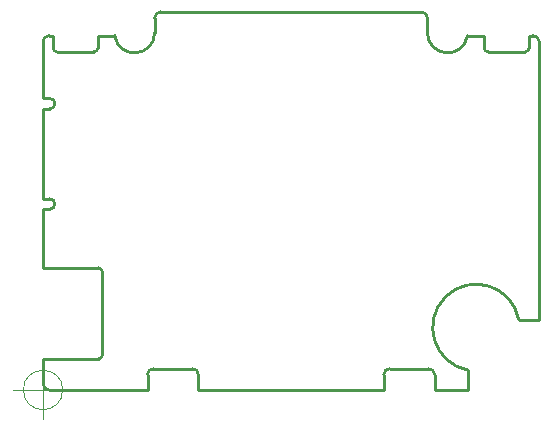
<source format=gm1>
G04 #@! TF.GenerationSoftware,KiCad,Pcbnew,5.1.5+dfsg1-2build2*
G04 #@! TF.CreationDate,2021-07-27T21:48:52+02:00*
G04 #@! TF.ProjectId,FunKey,46756e4b-6579-42e6-9b69-6361645f7063,F*
G04 #@! TF.SameCoordinates,Original*
G04 #@! TF.FileFunction,Profile,NP*
%FSLAX46Y46*%
G04 Gerber Fmt 4.6, Leading zero omitted, Abs format (unit mm)*
G04 Created by KiCad (PCBNEW 5.1.5+dfsg1-2build2) date 2021-07-27 21:48:52*
%MOMM*%
%LPD*%
G04 APERTURE LIST*
%ADD10C,0.050000*%
%ADD11C,0.254000*%
G04 APERTURE END LIST*
D10*
X77866666Y-76200000D02*
G75*
G03X77866666Y-76200000I-1666666J0D01*
G01*
X73700000Y-76200000D02*
X78700000Y-76200000D01*
X76200000Y-73700000D02*
X76200000Y-78700000D01*
X77866666Y-76200000D02*
G75*
G03X77866666Y-76200000I-1666666J0D01*
G01*
X73700000Y-76200000D02*
X78700000Y-76200000D01*
X76200000Y-73700000D02*
X76200000Y-78700000D01*
D11*
X76200000Y-60900000D02*
X76200000Y-65873000D01*
X76200000Y-52400000D02*
X76200000Y-60000000D01*
X76200000Y-60900000D02*
X76750000Y-60900000D01*
X76750000Y-60900000D02*
G75*
G03X76750000Y-60000000I0J450000D01*
G01*
X76750000Y-60000000D02*
X76200000Y-60000000D01*
X76200000Y-52400000D02*
X76750000Y-52400000D01*
X76750000Y-52400000D02*
G75*
G03X76750000Y-51500000I0J450000D01*
G01*
X76750000Y-51500000D02*
X76200000Y-51500000D01*
X76200000Y-46700000D02*
X76200000Y-51500000D01*
X76700000Y-46200000D02*
G75*
G03X76200000Y-46700000I0J-500000D01*
G01*
X82268668Y-46200000D02*
X80850000Y-46200000D01*
X77050000Y-46200000D02*
X76700000Y-46200000D01*
X82268667Y-46200002D02*
G75*
G03X85650000Y-45950000I1681389J250484D01*
G01*
X85650000Y-45950000D02*
X85650000Y-44700000D01*
X86150000Y-44200000D02*
G75*
G03X85650000Y-44700000I0J-500000D01*
G01*
X108250000Y-44200000D02*
X86150000Y-44200000D01*
X108750000Y-44700000D02*
G75*
G03X108250000Y-44200000I-500000J0D01*
G01*
X108750000Y-44700000D02*
X108750000Y-45950000D01*
X108749998Y-45950000D02*
G75*
G03X112131359Y-46200000I1699958J484D01*
G01*
X117700000Y-46200000D02*
X117350000Y-46200000D01*
X113550000Y-46200000D02*
X112131359Y-46200000D01*
X118200000Y-46700000D02*
G75*
G03X117700000Y-46200000I-500000J0D01*
G01*
X118200000Y-70255000D02*
X118200000Y-46700000D01*
X109350000Y-76200000D02*
X112210000Y-76200000D01*
X109350000Y-76200000D02*
X109350000Y-74900000D01*
X109350000Y-74900000D02*
G75*
G03X108850000Y-74400000I-500000J0D01*
G01*
X108850000Y-74400000D02*
X105550000Y-74400000D01*
X105550000Y-74400000D02*
G75*
G03X105050000Y-74900000I0J-500000D01*
G01*
X105050000Y-74900000D02*
X105050000Y-76200000D01*
X89350000Y-76200000D02*
X105050000Y-76200000D01*
X89350000Y-74900000D02*
X89350000Y-76200000D01*
X89350000Y-74900000D02*
G75*
G03X88850000Y-74400000I-500000J0D01*
G01*
X85550000Y-74400000D02*
X88850000Y-74400000D01*
X85550000Y-74400000D02*
G75*
G03X85050000Y-74900000I0J-500000D01*
G01*
X85050000Y-76200000D02*
X85050000Y-74900000D01*
X76700000Y-76200000D02*
X85050000Y-76200000D01*
X76200000Y-75700000D02*
G75*
G03X76700000Y-76200000I500000J0D01*
G01*
X76200000Y-73573000D02*
X76200000Y-75700000D01*
X80900000Y-73573000D02*
X76200000Y-73573000D01*
X80900000Y-73573000D02*
G75*
G03X81200000Y-73273000I0J300000D01*
G01*
X81200000Y-66173000D02*
X81200000Y-73273000D01*
X81200000Y-66173000D02*
G75*
G03X80900000Y-65873000I-300000J0D01*
G01*
X76200000Y-65873000D02*
X80900000Y-65873000D01*
X112210000Y-76200000D02*
X112210000Y-74535030D01*
X116484371Y-70256405D02*
X118200000Y-70255000D01*
X116484371Y-70256405D02*
G75*
G03X112210000Y-74535030I-3614371J-663596D01*
G01*
X113550000Y-46200000D02*
X113550000Y-47250000D01*
X113850000Y-47550000D02*
G75*
G02X113550000Y-47250000I0J300000D01*
G01*
X113850000Y-47550000D02*
X117050000Y-47550000D01*
X117350000Y-47250000D02*
G75*
G02X117050000Y-47550000I-300000J0D01*
G01*
X117350000Y-47250000D02*
X117350000Y-46200000D01*
X77050000Y-46200000D02*
X77050000Y-47250000D01*
X77350000Y-47550000D02*
G75*
G02X77050000Y-47250000I0J300000D01*
G01*
X77350000Y-47550000D02*
X80550000Y-47550000D01*
X80850000Y-47250000D02*
G75*
G02X80550000Y-47550000I-300000J0D01*
G01*
X80850000Y-47250000D02*
X80850000Y-46200000D01*
M02*

</source>
